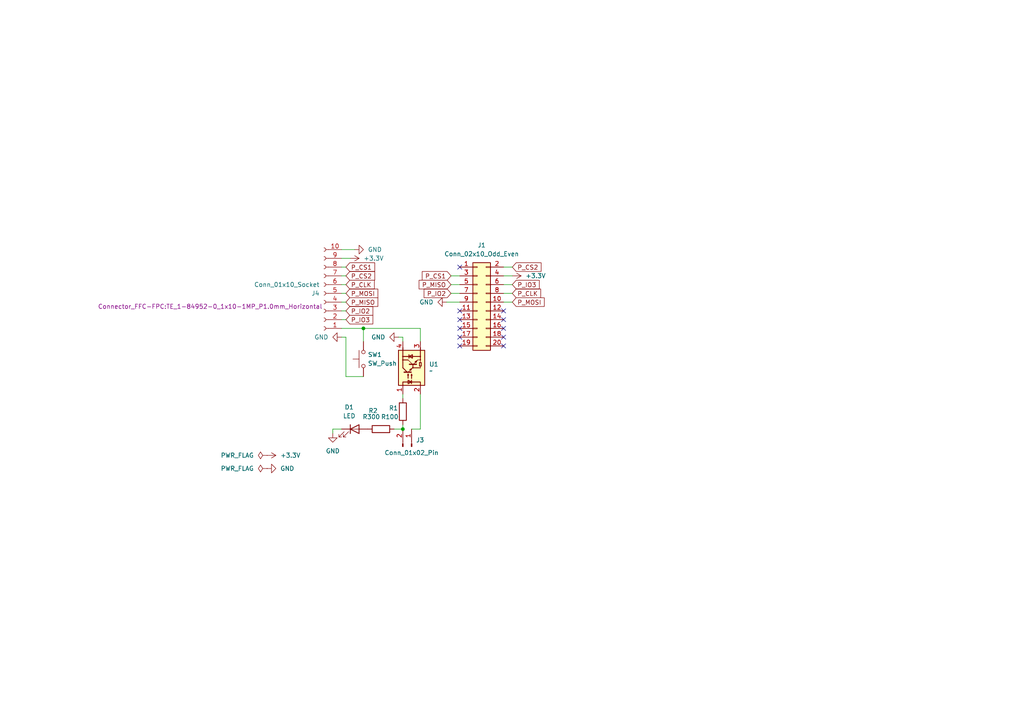
<source format=kicad_sch>
(kicad_sch (version 20231120) (generator "eeschema") (generator_version "8.0")
  (paper "A4")
  (lib_symbols
    (symbol "Connector:Conn_01x02_Pin" (pin_names (offset 1.016) hide)
      (property "Reference" "J" (at 0 2.54 0))
      (property "Value" "Conn_01x02_Pin" (at 0 -5.08 0))
      (symbol "Conn_01x02_Pin_1_1"
        (polyline (pts (xy 1.27 -2.54) (xy 0.8636 -2.54)) (stroke (width 0.1524)))
        (polyline (pts (xy 1.27 0) (xy 0.8636 0)) (stroke (width 0.1524)))
        (rectangle (start 0.8636 -2.413) (end 0 -2.667) (stroke (width 0.1524)) (fill (type outline)))
        (rectangle (start 0.8636 0.127) (end 0 -0.127) (stroke (width 0.1524)) (fill (type outline)))
        (pin passive line (at 5.08 0 180) (length 3.81) (name "Pin_1") (number "1"))
        (pin passive line (at 5.08 -2.54 180) (length 3.81) (name "Pin_2") (number "2"))
      )
    )
    (symbol "Connector:Conn_01x10_Socket" (pin_names (offset 1.016) hide)
      (property "Reference" "J" (at 0 12.7 0))
      (property "Value" "Conn_01x10_Socket" (at 0 -15.24 0))
      (symbol "Conn_01x10_Socket_1_1"
        (arc (start 0 -12.192) (mid -0.5058 -12.7) (end 0 -13.208) (stroke (width 0.1524)))
        (arc (start 0 -9.652) (mid -0.5058 -10.16) (end 0 -10.668) (stroke (width 0.1524)))
        (arc (start 0 -7.112) (mid -0.5058 -7.62) (end 0 -8.128) (stroke (width 0.1524)))
        (arc (start 0 -4.572) (mid -0.5058 -5.08) (end 0 -5.588) (stroke (width 0.1524)))
        (arc (start 0 -2.032) (mid -0.5058 -2.54) (end 0 -3.048) (stroke (width 0.1524)))
        (polyline (pts (xy -1.27 -12.7) (xy -0.508 -12.7)) (stroke (width 0.1524)))
        (polyline (pts (xy -1.27 -10.16) (xy -0.508 -10.16)) (stroke (width 0.1524)))
        (polyline (pts (xy -1.27 -7.62) (xy -0.508 -7.62)) (stroke (width 0.1524)))
        (polyline (pts (xy -1.27 -5.08) (xy -0.508 -5.08)) (stroke (width 0.1524)))
        (polyline (pts (xy -1.27 -2.54) (xy -0.508 -2.54)) (stroke (width 0.1524)))
        (polyline (pts (xy -1.27 0) (xy -0.508 0)) (stroke (width 0.1524)))
        (polyline (pts (xy -1.27 2.54) (xy -0.508 2.54)) (stroke (width 0.1524)))
        (polyline (pts (xy -1.27 5.08) (xy -0.508 5.08)) (stroke (width 0.1524)))
        (polyline (pts (xy -1.27 7.62) (xy -0.508 7.62)) (stroke (width 0.1524)))
        (polyline (pts (xy -1.27 10.16) (xy -0.508 10.16)) (stroke (width 0.1524)))
        (arc (start 0 0.508) (mid -0.5058 0) (end 0 -0.508) (stroke (width 0.1524)))
        (arc (start 0 3.048) (mid -0.5058 2.54) (end 0 2.032) (stroke (width 0.1524)))
        (arc (start 0 5.588) (mid -0.5058 5.08) (end 0 4.572) (stroke (width 0.1524)))
        (arc (start 0 8.128) (mid -0.5058 7.62) (end 0 7.112) (stroke (width 0.1524)))
        (arc (start 0 10.668) (mid -0.5058 10.16) (end 0 9.652) (stroke (width 0.1524)))
        (pin passive line (at -5.08 10.16 0) (length 3.81) (name "Pin_1") (number "1"))
        (pin passive line (at -5.08 -12.7 0) (length 3.81) (name "Pin_10") (number "10"))
        (pin passive line (at -5.08 7.62 0) (length 3.81) (name "Pin_2") (number "2"))
        (pin passive line (at -5.08 5.08 0) (length 3.81) (name "Pin_3") (number "3"))
        (pin passive line (at -5.08 2.54 0) (length 3.81) (name "Pin_4") (number "4"))
        (pin passive line (at -5.08 0 0) (length 3.81) (name "Pin_5") (number "5"))
        (pin passive line (at -5.08 -2.54 0) (length 3.81) (name "Pin_6") (number "6"))
        (pin passive line (at -5.08 -5.08 0) (length 3.81) (name "Pin_7") (number "7"))
        (pin passive line (at -5.08 -7.62 0) (length 3.81) (name "Pin_8") (number "8"))
        (pin passive line (at -5.08 -10.16 0) (length 3.81) (name "Pin_9") (number "9"))
      )
    )
    (symbol "Connector_Generic:Conn_02x10_Odd_Even" (pin_names (offset 1.016) hide)
      (property "Reference" "J" (at 1.27 12.7 0))
      (property "Value" "Conn_02x10_Odd_Even" (at 1.27 -15.24 0))
      (symbol "Conn_02x10_Odd_Even_1_1"
        (rectangle (start -1.27 -12.573) (end 0 -12.827) (stroke (width 0.1524)))
        (rectangle (start -1.27 -10.033) (end 0 -10.287) (stroke (width 0.1524)))
        (rectangle (start -1.27 -7.493) (end 0 -7.747) (stroke (width 0.1524)))
        (rectangle (start -1.27 -4.953) (end 0 -5.207) (stroke (width 0.1524)))
        (rectangle (start -1.27 -2.413) (end 0 -2.667) (stroke (width 0.1524)))
        (rectangle (start -1.27 0.127) (end 0 -0.127) (stroke (width 0.1524)))
        (rectangle (start -1.27 2.667) (end 0 2.413) (stroke (width 0.1524)))
        (rectangle (start -1.27 5.207) (end 0 4.953) (stroke (width 0.1524)))
        (rectangle (start -1.27 7.747) (end 0 7.493) (stroke (width 0.1524)))
        (rectangle (start -1.27 10.287) (end 0 10.033) (stroke (width 0.1524)))
        (rectangle (start -1.27 11.43) (end 3.81 -13.97) (stroke (width 0.254)) (fill (type background)))
        (rectangle (start 3.81 -12.573) (end 2.54 -12.827) (stroke (width 0.1524)))
        (rectangle (start 3.81 -10.033) (end 2.54 -10.287) (stroke (width 0.1524)))
        (rectangle (start 3.81 -7.493) (end 2.54 -7.747) (stroke (width 0.1524)))
        (rectangle (start 3.81 -4.953) (end 2.54 -5.207) (stroke (width 0.1524)))
        (rectangle (start 3.81 -2.413) (end 2.54 -2.667) (stroke (width 0.1524)))
        (rectangle (start 3.81 0.127) (end 2.54 -0.127) (stroke (width 0.1524)))
        (rectangle (start 3.81 2.667) (end 2.54 2.413) (stroke (width 0.1524)))
        (rectangle (start 3.81 5.207) (end 2.54 4.953) (stroke (width 0.1524)))
        (rectangle (start 3.81 7.747) (end 2.54 7.493) (stroke (width 0.1524)))
        (rectangle (start 3.81 10.287) (end 2.54 10.033) (stroke (width 0.1524)))
        (pin passive line (at -5.08 10.16 0) (length 3.81) (name "Pin_1") (number "1"))
        (pin passive line (at 7.62 0 180) (length 3.81) (name "Pin_10") (number "10"))
        (pin passive line (at -5.08 -2.54 0) (length 3.81) (name "Pin_11") (number "11"))
        (pin passive line (at 7.62 -2.54 180) (length 3.81) (name "Pin_12") (number "12"))
        (pin passive line (at -5.08 -5.08 0) (length 3.81) (name "Pin_13") (number "13"))
        (pin passive line (at 7.62 -5.08 180) (length 3.81) (name "Pin_14") (number "14"))
        (pin passive line (at -5.08 -7.62 0) (length 3.81) (name "Pin_15") (number "15"))
        (pin passive line (at 7.62 -7.62 180) (length 3.81) (name "Pin_16") (number "16"))
        (pin passive line (at -5.08 -10.16 0) (length 3.81) (name "Pin_17") (number "17"))
        (pin passive line (at 7.62 -10.16 180) (length 3.81) (name "Pin_18") (number "18"))
        (pin passive line (at -5.08 -12.7 0) (length 3.81) (name "Pin_19") (number "19"))
        (pin passive line (at 7.62 10.16 180) (length 3.81) (name "Pin_2") (number "2"))
        (pin passive line (at 7.62 -12.7 180) (length 3.81) (name "Pin_20") (number "20"))
        (pin passive line (at -5.08 7.62 0) (length 3.81) (name "Pin_3") (number "3"))
        (pin passive line (at 7.62 7.62 180) (length 3.81) (name "Pin_4") (number "4"))
        (pin passive line (at -5.08 5.08 0) (length 3.81) (name "Pin_5") (number "5"))
        (pin passive line (at 7.62 5.08 180) (length 3.81) (name "Pin_6") (number "6"))
        (pin passive line (at -5.08 2.54 0) (length 3.81) (name "Pin_7") (number "7"))
        (pin passive line (at 7.62 2.54 180) (length 3.81) (name "Pin_8") (number "8"))
        (pin passive line (at -5.08 0 0) (length 3.81) (name "Pin_9") (number "9"))
      )
    )
    (symbol "Device:LED" (pin_numbers hide) (pin_names (offset 1.016) hide)
      (property "Reference" "D" (at 0 2.54 0))
      (property "Value" "LED" (at 0 -2.54 0))
      (symbol "LED_0_1"
        (polyline (pts (xy -1.27 -1.27) (xy -1.27 1.27)) (stroke (width 0.254)))
        (polyline (pts (xy -1.27 0) (xy 1.27 0)))
        (polyline (pts (xy 1.27 -1.27) (xy 1.27 1.27) (xy -1.27 0) (xy 1.27 -1.27)) (stroke (width 0.254)))
        (polyline (pts (xy -3.048 -0.762) (xy -4.572 -2.286) (xy -3.81 -2.286) (xy -4.572 -2.286) (xy -4.572 -1.524)))
        (polyline (pts (xy -1.778 -0.762) (xy -3.302 -2.286) (xy -2.54 -2.286) (xy -3.302 -2.286) (xy -3.302 -1.524)))
      )
      (symbol "LED_1_1"
        (pin passive line (at -3.81 0 0) (length 2.54) (name "K") (number "1"))
        (pin passive line (at 3.81 0 180) (length 2.54) (name "A") (number "2"))
      )
    )
    (symbol "Device:R" (pin_numbers hide) (pin_names (offset 0))
      (property "Reference" "R" (at 2.032 0 90))
      (property "Value" "R" (at 0 0 90))
      (symbol "R_0_1"
        (rectangle (start -1.016 -2.54) (end 1.016 2.54) (stroke (width 0.254)))
      )
      (symbol "R_1_1"
        (pin passive line (at 0 3.81 270) (length 1.27) (name "~") (number "1"))
        (pin passive line (at 0 -3.81 90) (length 1.27) (name "~") (number "2"))
      )
    )
    (symbol "GND_1" (power) (pin_numbers hide) (pin_names (offset 0) hide)
      (property "Value" "GND" (at 0 -3.81 0))
      (symbol "GND_1_0_1"
        (polyline (pts (xy 0 0) (xy 0 -1.27) (xy 1.27 -1.27) (xy 0 -2.54) (xy -1.27 -1.27) (xy 0 -1.27)))
      )
      (symbol "GND_1_1_1"
        (pin power_in line (at 0 0 270) (length 0) (name "~") (number "1"))
      )
    )
    (symbol "GND_2" (power) (pin_numbers hide) (pin_names (offset 0) hide)
      (property "Value" "GND" (at 0 -3.81 0))
      (symbol "GND_2_0_1"
        (polyline (pts (xy 0 0) (xy 0 -1.27) (xy 1.27 -1.27) (xy 0 -2.54) (xy -1.27 -1.27) (xy 0 -1.27)))
      )
      (symbol "GND_2_1_1"
        (pin power_in line (at 0 0 270) (length 0) (name "~") (number "1"))
      )
    )
    (symbol "Switch:SW_Push" (pin_numbers hide) (pin_names (offset 1.016) hide)
      (property "Reference" "SW" (at 1.27 2.54 0))
      (property "Value" "SW_Push" (at 0 -1.524 0))
      (symbol "SW_Push_0_1"
        (circle (center -2.032 0) (radius 0.508))
        (polyline (pts (xy 0 1.27) (xy 0 3.048)))
        (polyline (pts (xy 2.54 1.27) (xy -2.54 1.27)))
        (circle (center 2.032 0) (radius 0.508))
        (pin passive line (at -5.08 0 0) (length 2.54) (name "1") (number "1"))
        (pin passive line (at 5.08 0 180) (length 2.54) (name "2") (number "2"))
      )
    )
    (symbol "custom:TLP3556A"
      (property "Reference" "U" (at 0 0 0))
      (symbol "TLP3556A_0_1"
        (rectangle (start -5.08 11.43) (end 5.08 3.81) (stroke (width 0.254)) (fill (type background)))
        (polyline (pts (xy -4.6228 7.62) (xy -3.6068 7.62)) (stroke (width 0.254)))
        (polyline (pts (xy -1.27 8.636) (xy 0 7.366)))
        (polyline (pts (xy -1.27 8.89) (xy 0 10.16)) (stroke (width 0.254)))
        (polyline (pts (xy -1.27 9.779) (xy -1.27 7.747)) (stroke (width 0.3556)))
        (polyline (pts (xy 0 10.16) (xy 5.842 10.16)) (stroke (width 0.254)))
        (polyline (pts (xy 1.016 7.112) (xy 2.286 5.842)))
        (polyline (pts (xy 1.016 7.239) (xy 0 7.239)) (stroke (width 0.254)))
        (polyline (pts (xy 1.016 7.366) (xy 2.286 8.636)))
        (polyline (pts (xy 2.286 5.08) (xy 5.842 5.08)) (stroke (width 0.254)))
        (polyline (pts (xy 2.286 5.842) (xy 2.286 5.08)))
        (polyline (pts (xy 2.286 8.636) (xy 2.286 10.16)) (stroke (width 0.254)))
        (polyline (pts (xy 2.794 8.382) (xy 3.81 8.382)) (stroke (width 0.254)))
        (polyline (pts (xy 3.302 5.08) (xy 3.302 10.16)) (stroke (width 0.254)))
        (polyline (pts (xy 3.302 8.255) (xy 3.302 10.16)))
        (polyline (pts (xy 1.016 8.255) (xy 1.016 6.223) (xy 1.016 6.223)) (stroke (width 0.3556)))
        (polyline (pts (xy -5.08 10.16) (xy -4.1148 10.16) (xy -4.1148 5.08) (xy -5.08 5.08)) (stroke (width 0.254)))
        (polyline (pts (xy -4.1148 7.62) (xy -3.6068 8.636) (xy -4.6228 8.636) (xy -4.1148 7.62)) (stroke (width 0.254)))
        (polyline (pts (xy -0.254 7.62) (xy -0.508 8.128) (xy -0.762 7.874) (xy -0.254 7.62)) (stroke (width 0.254)))
        (polyline (pts (xy 2.032 6.096) (xy 1.778 6.604) (xy 1.524 6.35) (xy 2.032 6.096)) (stroke (width 0.254)))
        (polyline (pts (xy 3.302 8.382) (xy 2.794 7.366) (xy 3.81 7.366) (xy 3.302 8.382)) (stroke (width 0.254)))
        (polyline (pts (xy -3.0988 7.62) (xy -1.8288 7.62) (xy -2.2098 7.493) (xy -2.2098 7.747) (xy -1.8288 7.62)) (stroke (width 0.254)))
        (polyline (pts (xy -3.048 8.636) (xy -1.778 8.636) (xy -2.159 8.509) (xy -2.159 8.763) (xy -1.778 8.636)) (stroke (width 0.254)))
        (rectangle (start 0 5.08) (end 0.508 5.08))
        (circle (center 0 7.239) (radius 0.127))
        (rectangle (start 0 7.366) (end 0 5.08) (stroke (width 0.254)))
        (rectangle (start 0.508 5.334) (end 1.524 4.826) (stroke (width 0.254)))
        (rectangle (start 1.524 5.08) (end 2.286 5.08))
        (circle (center 2.286 5.08) (radius 0.127))
        (circle (center 2.286 10.16) (radius 0.127))
        (circle (center 3.302 5.08) (radius 0.127))
        (circle (center 3.302 10.16) (radius 0.127))
      )
      (symbol "TLP3556A_1_1"
        (pin passive line (at -7.62 10.16 0) (length 2.54) (name "~") (number "1"))
        (pin passive line (at -7.62 5.08 0) (length 2.54) (name "~") (number "2"))
        (pin passive line (at 7.62 5.08 180) (length 2.54) (name "~") (number "3"))
        (pin passive line (at 7.62 10.16 180) (length 2.54) (name "~") (number "4"))
      )
    )
    (symbol "power:+3.3V" (power) (pin_names (offset 0))
      (property "Value" "+3.3V" (at 0 3.556 0))
      (symbol "+3.3V_0_1"
        (polyline (pts (xy -0.762 1.27) (xy 0 2.54)))
        (polyline (pts (xy 0 0) (xy 0 2.54)))
        (polyline (pts (xy 0 2.54) (xy 0.762 1.27)))
      )
      (symbol "+3.3V_1_1"
        (pin power_in line (at 0 0 90) (length 0) hide (name "+3.3V") (number "1"))
      )
    )
    (symbol "power:GND" (power) (pin_names (offset 0))
      (property "Value" "GND" (at 0 -3.81 0))
      (symbol "GND_0_1"
        (polyline (pts (xy 0 0) (xy 0 -1.27) (xy 1.27 -1.27) (xy 0 -2.54) (xy -1.27 -1.27) (xy 0 -1.27)))
      )
      (symbol "GND_1_1"
        (pin power_in line (at 0 0 270) (length 0) hide (name "GND") (number "1"))
      )
    )
    (symbol "power:PWR_FLAG" (power) (pin_numbers hide) (pin_names (offset 0) hide)
      (property "Value" "PWR_FLAG" (at 0 3.81 0))
      (symbol "PWR_FLAG_0_0"
        (pin power_out line (at 0 0 90) (length 0) (name "pwr") (number "1"))
      )
      (symbol "PWR_FLAG_0_1"
        (polyline (pts (xy 0 0) (xy 0 1.27) (xy -1.016 1.905) (xy 0 2.54) (xy 1.016 1.905) (xy 0 1.27)))
      )
    )
  )
  (junction (at 116.84 124.46))
  (junction (at 105.41 95.25))
  (no_connect (at 146.05 90.17))
  (no_connect (at 133.35 77.47))
  (no_connect (at 133.35 95.25))
  (no_connect (at 146.05 97.79))
  (no_connect (at 133.35 92.71))
  (no_connect (at 146.05 92.71))
  (no_connect (at 146.05 95.25))
  (no_connect (at 133.35 100.33))
  (no_connect (at 133.35 97.79))
  (no_connect (at 133.35 90.17))
  (no_connect (at 146.05 100.33))
  (wire (pts (xy 105.41 95.25) (xy 121.92 95.25)))
  (wire (pts (xy 99.06 82.55) (xy 100.33 82.55)))
  (wire (pts (xy 105.41 109.22) (xy 100.33 109.22)))
  (wire (pts (xy 100.33 77.47) (xy 99.06 77.47)))
  (wire (pts (xy 116.84 124.46) (xy 116.84 123.19)))
  (wire (pts (xy 121.92 114.3) (xy 121.92 124.46)))
  (wire (pts (xy 121.92 95.25) (xy 121.92 99.06)))
  (wire (pts (xy 99.06 74.93) (xy 101.6 74.93)))
  (wire (pts (xy 148.59 87.63) (xy 146.05 87.63)))
  (wire (pts (xy 100.33 97.79) (xy 100.33 109.22)))
  (wire (pts (xy 114.3 124.46) (xy 116.84 124.46)))
  (wire (pts (xy 133.35 87.63) (xy 129.54 87.63)))
  (wire (pts (xy 146.05 80.01) (xy 148.59 80.01)))
  (wire (pts (xy 105.41 95.25) (xy 105.41 99.06)))
  (wire (pts (xy 100.33 90.17) (xy 99.06 90.17)))
  (wire (pts (xy 121.92 124.46) (xy 119.38 124.46)))
  (wire (pts (xy 130.81 85.09) (xy 133.35 85.09)))
  (wire (pts (xy 115.57 97.79) (xy 116.84 97.79)))
  (wire (pts (xy 116.84 97.79) (xy 116.84 99.06)))
  (wire (pts (xy 100.33 80.01) (xy 99.06 80.01)))
  (wire (pts (xy 99.06 72.39) (xy 102.87 72.39)))
  (wire (pts (xy 96.52 124.46) (xy 96.52 125.73)))
  (wire (pts (xy 100.33 92.71) (xy 99.06 92.71)))
  (wire (pts (xy 100.33 85.09) (xy 99.06 85.09)))
  (wire (pts (xy 100.33 87.63) (xy 99.06 87.63)))
  (wire (pts (xy 130.81 82.55) (xy 133.35 82.55)))
  (wire (pts (xy 99.06 95.25) (xy 105.41 95.25)))
  (wire (pts (xy 146.05 82.55) (xy 148.59 82.55)))
  (wire (pts (xy 99.06 124.46) (xy 96.52 124.46)))
  (wire (pts (xy 100.33 97.79) (xy 99.06 97.79)))
  (wire (pts (xy 130.81 80.01) (xy 133.35 80.01)))
  (wire (pts (xy 146.05 77.47) (xy 148.59 77.47)))
  (wire (pts (xy 116.84 115.57) (xy 116.84 114.3)))
  (wire (pts (xy 146.05 85.09) (xy 148.59 85.09)))
  (global_label "P_CS1" (shape input) (at 130.81 80.01 180) (property "Intersheetrefs" "${INTERSHEET_REFS}" (effects (hide yes))))
  (global_label "P_MOSI" (shape input) (at 148.59 87.63 0) (property "Intersheetrefs" "${INTERSHEET_REFS}" (effects (hide yes))))
  (global_label "P_IO3" (shape input) (at 148.59 82.55 0) (property "Intersheetrefs" "${INTERSHEET_REFS}" (effects (hide yes))))
  (global_label "P_MOSI" (shape input) (at 100.33 85.09 0) (property "Intersheetrefs" "${INTERSHEET_REFS}" (effects (hide yes))))
  (global_label "P_IO3" (shape input) (at 100.33 92.71 0) (property "Intersheetrefs" "${INTERSHEET_REFS}" (effects (hide yes))))
  (global_label "P_CS2" (shape input) (at 100.33 80.01 0) (property "Intersheetrefs" "${INTERSHEET_REFS}" (effects (hide yes))))
  (global_label "P_MISO" (shape input) (at 130.81 82.55 180) (property "Intersheetrefs" "${INTERSHEET_REFS}" (effects (hide yes))))
  (global_label "P_CS2" (shape input) (at 148.59 77.47 0) (property "Intersheetrefs" "${INTERSHEET_REFS}" (effects (hide yes))))
  (global_label "P_CLK" (shape input) (at 148.59 85.09 0) (property "Intersheetrefs" "${INTERSHEET_REFS}" (effects (hide yes))))
  (global_label "P_CS1" (shape input) (at 100.33 77.47 0) (property "Intersheetrefs" "${INTERSHEET_REFS}" (effects (hide yes))))
  (global_label "P_MISO" (shape input) (at 100.33 87.63 0) (property "Intersheetrefs" "${INTERSHEET_REFS}" (effects (hide yes))))
  (global_label "P_IO2" (shape input) (at 100.33 90.17 0) (property "Intersheetrefs" "${INTERSHEET_REFS}" (effects (hide yes))))
  (global_label "P_IO2" (shape input) (at 130.81 85.09 180) (property "Intersheetrefs" "${INTERSHEET_REFS}" (effects (hide yes))))
  (global_label "P_CLK" (shape input) (at 100.33 82.55 0) (property "Intersheetrefs" "${INTERSHEET_REFS}" (effects (hide yes))))
  (symbol (lib_id "Connector:Conn_01x02_Pin") (at 119.38 129.54 270) (mirror x) (unit 1)
    (property "Reference" "J3" (at 120.65 127.6349 90) (effects (justify left)))
    (property "Value" "Conn_01x02_Pin" (at 111.506 131.318 90) (effects (justify left)))
    (property "Footprint" "Connector_PinHeader_2.54mm:PinHeader_1x02_P2.54mm_Vertical" (effects (hide yes)))
  )
  (symbol (lib_id "power:+3.3V") (at 77.47 132.08 270) (unit 1)
    (property "Reference" "#PWR07" (effects (hide yes)))
    (property "Value" "+3.3V" (at 81.28 132.08 90) (effects (justify left)))
  )
  (symbol (lib_id "Device:R") (at 116.84 119.38 180) (unit 1)
    (property "Reference" "R1" (at 112.776 118.364 0) (effects (justify right)))
    (property "Value" "R100" (at 110.49 120.904 0) (effects (justify right)))
    (property "Footprint" "Resistor_SMD:R_0805_2012Metric" (effects (hide yes)))
    (property "Description" "Resistor" (effects (hide yes)))
  )
  (symbol (lib_id "custom:TLP3556A") (at 127 106.68 90) (unit 1)
    (property "Reference" "U1" (at 124.46 105.6639 90) (effects (justify right)))
    (property "Value" "~" (at 124.46 107.569 90) (effects (justify right)))
    (property "Footprint" "Package_DIP:SMDIP-4_W7.62mm" (effects (hide yes)))
  )
  (symbol (lib_id "power:+3.3V") (at 148.59 80.01 270) (unit 1)
    (property "Reference" "#PWR04" (effects (hide yes)))
    (property "Value" "+3.3V" (at 152.4 80.01 90) (effects (justify left)))
  )
  (symbol (lib_name "GND_2") (lib_id "power:GND") (at 96.52 125.73 0) (unit 1)
    (property "Reference" "#PWR09" (effects (hide yes)))
    (property "Value" "GND" (at 96.52 130.81 0))
    (property "Description" "Power symbol creates a global label with name \"GND\" , ground" (effects (hide yes)))
  )
  (symbol (lib_id "power:GND") (at 102.87 72.39 90) (mirror x) (unit 1)
    (property "Reference" "#PWR01" (effects (hide yes)))
    (property "Value" "GND" (at 106.68 72.39 90) (effects (justify right)))
  )
  (symbol (lib_id "power:+3.3V") (at 101.6 74.93 270) (mirror x) (unit 1)
    (property "Reference" "#PWR02" (effects (hide yes)))
    (property "Value" "+3.3V" (at 105.41 74.93 90) (effects (justify left)))
  )
  (symbol (lib_id "Switch:SW_Push") (at 105.41 104.14 90) (unit 1)
    (property "Reference" "SW1" (at 106.68 102.8699 90) (effects (justify right)))
    (property "Value" "SW_Push" (at 106.68 105.4099 90) (effects (justify right)))
    (property "Footprint" "Button_Switch_SMD:SW_Tactile_SPST_NO_Straight_CK_PTS636Sx25SMTRLFS" (effects (hide yes)))
    (property "Description" "Push button switch, generic, two pins" (effects (hide yes)))
  )
  (symbol (lib_id "Device:LED") (at 102.87 124.46 0) (unit 1)
    (property "Reference" "D1" (at 101.2825 118.11 0))
    (property "Value" "LED" (at 101.2825 120.65 0))
    (property "Footprint" "LED_SMD:LED_0805_2012Metric" (effects (hide yes)))
    (property "Description" "Light emitting diode" (effects (hide yes)))
  )
  (symbol (lib_id "power:PWR_FLAG") (at 77.47 135.89 90) (unit 1)
    (property "Reference" "#FLG02" (effects (hide yes)))
    (property "Value" "PWR_FLAG" (at 73.66 135.89 90) (effects (justify left)))
  )
  (symbol (lib_name "GND_1") (lib_id "power:GND") (at 99.06 97.79 270) (unit 1)
    (property "Reference" "#PWR05" (effects (hide yes)))
    (property "Value" "GND" (at 95.25 97.7899 90) (effects (justify right)))
    (property "Description" "Power symbol creates a global label with name \"GND\" , ground" (effects (hide yes)))
  )
  (symbol (lib_id "Connector:Conn_01x10_Socket") (at 93.98 85.09 180) (unit 1)
    (property "Reference" "J4" (at 92.71 85.09 0) (effects (justify left)))
    (property "Value" "Conn_01x10_Socket" (at 92.71 82.55 0) (effects (justify left)))
    (property "Footprint" "Connector_FFC-FPC:TE_1-84952-0_1x10-1MP_P1.0mm_Horizontal" (at 60.96 88.9 0))
  )
  (symbol (lib_id "Device:R") (at 110.49 124.46 90) (unit 1)
    (property "Reference" "R2" (at 108.204 119.126 90))
    (property "Value" "R300" (at 107.696 120.904 90))
    (property "Footprint" "Resistor_SMD:R_0805_2012Metric" (effects (hide yes)))
    (property "Description" "Resistor" (effects (hide yes)))
  )
  (symbol (lib_id "power:PWR_FLAG") (at 77.47 132.08 90) (unit 1)
    (property "Reference" "#FLG01" (effects (hide yes)))
    (property "Value" "PWR_FLAG" (at 73.66 132.08 90) (effects (justify left)))
  )
  (symbol (lib_name "GND_1") (lib_id "power:GND") (at 115.57 97.79 270) (unit 1)
    (property "Reference" "#PWR08" (effects (hide yes)))
    (property "Value" "GND" (at 111.76 97.7899 90) (effects (justify right)))
    (property "Description" "Power symbol creates a global label with name \"GND\" , ground" (effects (hide yes)))
  )
  (symbol (lib_id "power:GND") (at 129.54 87.63 270) (unit 1)
    (property "Reference" "#PWR03" (effects (hide yes)))
    (property "Value" "GND" (at 125.73 87.63 90) (effects (justify right)))
  )
  (symbol (lib_id "power:GND") (at 77.47 135.89 90) (unit 1)
    (property "Reference" "#PWR06" (effects (hide yes)))
    (property "Value" "GND" (at 81.28 135.89 90) (effects (justify right)))
  )
  (symbol (lib_id "Connector_Generic:Conn_02x10_Odd_Even") (at 138.43 87.63 0) (unit 1)
    (property "Reference" "J1" (at 139.7 71.12 0))
    (property "Value" "Conn_02x10_Odd_Even" (at 139.7 73.66 0))
    (property "Footprint" "Connector_PinSocket_2.54mm:PinSocket_2x10_P2.54mm_Vertical" (effects (hide yes)))
  )
)
</source>
